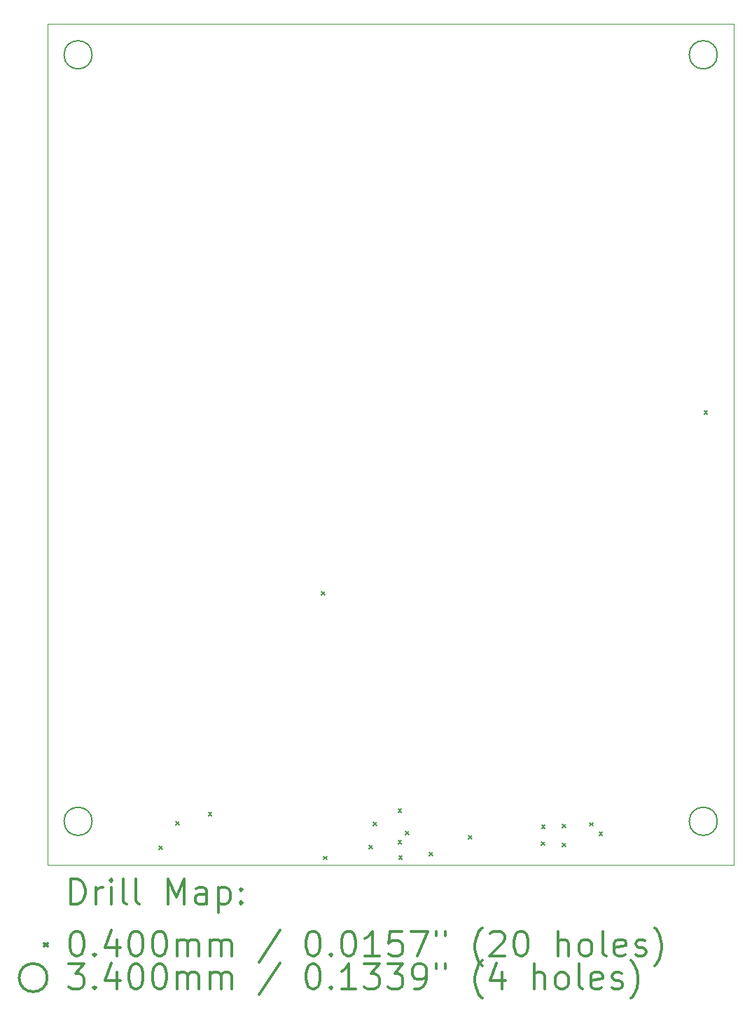
<source format=gbr>
%FSLAX45Y45*%
G04 Gerber Fmt 4.5, Leading zero omitted, Abs format (unit mm)*
G04 Created by KiCad (PCBNEW (5.1.10)-1) date 2022-11-16 11:35:06*
%MOMM*%
%LPD*%
G01*
G04 APERTURE LIST*
%TA.AperFunction,Profile*%
%ADD10C,0.050000*%
%TD*%
%ADD11C,0.200000*%
%ADD12C,0.300000*%
G04 APERTURE END LIST*
D10*
X17580000Y-14140000D02*
X17580000Y-4140000D01*
X9280000Y-3980000D02*
X9280000Y-4140000D01*
X17580000Y-3980000D02*
X17580000Y-4140000D01*
X9280000Y-3980000D02*
X17580000Y-3980000D01*
X9280000Y-14140000D02*
X17580000Y-14140000D01*
X9280000Y-4140000D02*
X9280000Y-14140000D01*
D11*
X10630000Y-13910000D02*
X10670000Y-13950000D01*
X10670000Y-13910000D02*
X10630000Y-13950000D01*
X10835000Y-13610000D02*
X10875000Y-13650000D01*
X10875000Y-13610000D02*
X10835000Y-13650000D01*
X11225000Y-13505000D02*
X11265000Y-13545000D01*
X11265000Y-13505000D02*
X11225000Y-13545000D01*
X12595000Y-10835000D02*
X12635000Y-10875000D01*
X12635000Y-10835000D02*
X12595000Y-10875000D01*
X12617500Y-14032500D02*
X12657500Y-14072500D01*
X12657500Y-14032500D02*
X12617500Y-14072500D01*
X13170000Y-13900000D02*
X13210000Y-13940000D01*
X13210000Y-13900000D02*
X13170000Y-13940000D01*
X13220000Y-13620000D02*
X13260000Y-13660000D01*
X13260000Y-13620000D02*
X13220000Y-13660000D01*
X13520000Y-13460000D02*
X13560000Y-13500000D01*
X13560000Y-13460000D02*
X13520000Y-13500000D01*
X13520000Y-13840000D02*
X13560000Y-13880000D01*
X13560000Y-13840000D02*
X13520000Y-13880000D01*
X13530000Y-14030000D02*
X13570000Y-14070000D01*
X13570000Y-14030000D02*
X13530000Y-14070000D01*
X13610000Y-13730000D02*
X13650000Y-13770000D01*
X13650000Y-13730000D02*
X13610000Y-13770000D01*
X13895000Y-13985000D02*
X13935000Y-14025000D01*
X13935000Y-13985000D02*
X13895000Y-14025000D01*
X14370000Y-13780000D02*
X14410000Y-13820000D01*
X14410000Y-13780000D02*
X14370000Y-13820000D01*
X15250000Y-13860000D02*
X15290000Y-13900000D01*
X15290000Y-13860000D02*
X15250000Y-13900000D01*
X15255000Y-13655000D02*
X15295000Y-13695000D01*
X15295000Y-13655000D02*
X15255000Y-13695000D01*
X15505000Y-13645000D02*
X15545000Y-13685000D01*
X15545000Y-13645000D02*
X15505000Y-13685000D01*
X15508500Y-13876500D02*
X15548500Y-13916500D01*
X15548500Y-13876500D02*
X15508500Y-13916500D01*
X15835000Y-13625000D02*
X15875000Y-13665000D01*
X15875000Y-13625000D02*
X15835000Y-13665000D01*
X15950000Y-13740000D02*
X15990000Y-13780000D01*
X15990000Y-13740000D02*
X15950000Y-13780000D01*
X17220000Y-8650000D02*
X17260000Y-8690000D01*
X17260000Y-8650000D02*
X17220000Y-8690000D01*
X9820000Y-4350000D02*
G75*
G03*
X9820000Y-4350000I-170000J0D01*
G01*
X9820000Y-13610000D02*
G75*
G03*
X9820000Y-13610000I-170000J0D01*
G01*
X17380000Y-4350000D02*
G75*
G03*
X17380000Y-4350000I-170000J0D01*
G01*
X17380000Y-13610000D02*
G75*
G03*
X17380000Y-13610000I-170000J0D01*
G01*
D12*
X9563928Y-14608214D02*
X9563928Y-14308214D01*
X9635357Y-14308214D01*
X9678214Y-14322500D01*
X9706786Y-14351071D01*
X9721071Y-14379643D01*
X9735357Y-14436786D01*
X9735357Y-14479643D01*
X9721071Y-14536786D01*
X9706786Y-14565357D01*
X9678214Y-14593929D01*
X9635357Y-14608214D01*
X9563928Y-14608214D01*
X9863928Y-14608214D02*
X9863928Y-14408214D01*
X9863928Y-14465357D02*
X9878214Y-14436786D01*
X9892500Y-14422500D01*
X9921071Y-14408214D01*
X9949643Y-14408214D01*
X10049643Y-14608214D02*
X10049643Y-14408214D01*
X10049643Y-14308214D02*
X10035357Y-14322500D01*
X10049643Y-14336786D01*
X10063928Y-14322500D01*
X10049643Y-14308214D01*
X10049643Y-14336786D01*
X10235357Y-14608214D02*
X10206786Y-14593929D01*
X10192500Y-14565357D01*
X10192500Y-14308214D01*
X10392500Y-14608214D02*
X10363928Y-14593929D01*
X10349643Y-14565357D01*
X10349643Y-14308214D01*
X10735357Y-14608214D02*
X10735357Y-14308214D01*
X10835357Y-14522500D01*
X10935357Y-14308214D01*
X10935357Y-14608214D01*
X11206786Y-14608214D02*
X11206786Y-14451071D01*
X11192500Y-14422500D01*
X11163928Y-14408214D01*
X11106786Y-14408214D01*
X11078214Y-14422500D01*
X11206786Y-14593929D02*
X11178214Y-14608214D01*
X11106786Y-14608214D01*
X11078214Y-14593929D01*
X11063928Y-14565357D01*
X11063928Y-14536786D01*
X11078214Y-14508214D01*
X11106786Y-14493929D01*
X11178214Y-14493929D01*
X11206786Y-14479643D01*
X11349643Y-14408214D02*
X11349643Y-14708214D01*
X11349643Y-14422500D02*
X11378214Y-14408214D01*
X11435357Y-14408214D01*
X11463928Y-14422500D01*
X11478214Y-14436786D01*
X11492500Y-14465357D01*
X11492500Y-14551071D01*
X11478214Y-14579643D01*
X11463928Y-14593929D01*
X11435357Y-14608214D01*
X11378214Y-14608214D01*
X11349643Y-14593929D01*
X11621071Y-14579643D02*
X11635357Y-14593929D01*
X11621071Y-14608214D01*
X11606786Y-14593929D01*
X11621071Y-14579643D01*
X11621071Y-14608214D01*
X11621071Y-14422500D02*
X11635357Y-14436786D01*
X11621071Y-14451071D01*
X11606786Y-14436786D01*
X11621071Y-14422500D01*
X11621071Y-14451071D01*
X9237500Y-15082500D02*
X9277500Y-15122500D01*
X9277500Y-15082500D02*
X9237500Y-15122500D01*
X9621071Y-14938214D02*
X9649643Y-14938214D01*
X9678214Y-14952500D01*
X9692500Y-14966786D01*
X9706786Y-14995357D01*
X9721071Y-15052500D01*
X9721071Y-15123929D01*
X9706786Y-15181071D01*
X9692500Y-15209643D01*
X9678214Y-15223929D01*
X9649643Y-15238214D01*
X9621071Y-15238214D01*
X9592500Y-15223929D01*
X9578214Y-15209643D01*
X9563928Y-15181071D01*
X9549643Y-15123929D01*
X9549643Y-15052500D01*
X9563928Y-14995357D01*
X9578214Y-14966786D01*
X9592500Y-14952500D01*
X9621071Y-14938214D01*
X9849643Y-15209643D02*
X9863928Y-15223929D01*
X9849643Y-15238214D01*
X9835357Y-15223929D01*
X9849643Y-15209643D01*
X9849643Y-15238214D01*
X10121071Y-15038214D02*
X10121071Y-15238214D01*
X10049643Y-14923929D02*
X9978214Y-15138214D01*
X10163928Y-15138214D01*
X10335357Y-14938214D02*
X10363928Y-14938214D01*
X10392500Y-14952500D01*
X10406786Y-14966786D01*
X10421071Y-14995357D01*
X10435357Y-15052500D01*
X10435357Y-15123929D01*
X10421071Y-15181071D01*
X10406786Y-15209643D01*
X10392500Y-15223929D01*
X10363928Y-15238214D01*
X10335357Y-15238214D01*
X10306786Y-15223929D01*
X10292500Y-15209643D01*
X10278214Y-15181071D01*
X10263928Y-15123929D01*
X10263928Y-15052500D01*
X10278214Y-14995357D01*
X10292500Y-14966786D01*
X10306786Y-14952500D01*
X10335357Y-14938214D01*
X10621071Y-14938214D02*
X10649643Y-14938214D01*
X10678214Y-14952500D01*
X10692500Y-14966786D01*
X10706786Y-14995357D01*
X10721071Y-15052500D01*
X10721071Y-15123929D01*
X10706786Y-15181071D01*
X10692500Y-15209643D01*
X10678214Y-15223929D01*
X10649643Y-15238214D01*
X10621071Y-15238214D01*
X10592500Y-15223929D01*
X10578214Y-15209643D01*
X10563928Y-15181071D01*
X10549643Y-15123929D01*
X10549643Y-15052500D01*
X10563928Y-14995357D01*
X10578214Y-14966786D01*
X10592500Y-14952500D01*
X10621071Y-14938214D01*
X10849643Y-15238214D02*
X10849643Y-15038214D01*
X10849643Y-15066786D02*
X10863928Y-15052500D01*
X10892500Y-15038214D01*
X10935357Y-15038214D01*
X10963928Y-15052500D01*
X10978214Y-15081071D01*
X10978214Y-15238214D01*
X10978214Y-15081071D02*
X10992500Y-15052500D01*
X11021071Y-15038214D01*
X11063928Y-15038214D01*
X11092500Y-15052500D01*
X11106786Y-15081071D01*
X11106786Y-15238214D01*
X11249643Y-15238214D02*
X11249643Y-15038214D01*
X11249643Y-15066786D02*
X11263928Y-15052500D01*
X11292500Y-15038214D01*
X11335357Y-15038214D01*
X11363928Y-15052500D01*
X11378214Y-15081071D01*
X11378214Y-15238214D01*
X11378214Y-15081071D02*
X11392500Y-15052500D01*
X11421071Y-15038214D01*
X11463928Y-15038214D01*
X11492500Y-15052500D01*
X11506786Y-15081071D01*
X11506786Y-15238214D01*
X12092500Y-14923929D02*
X11835357Y-15309643D01*
X12478214Y-14938214D02*
X12506786Y-14938214D01*
X12535357Y-14952500D01*
X12549643Y-14966786D01*
X12563928Y-14995357D01*
X12578214Y-15052500D01*
X12578214Y-15123929D01*
X12563928Y-15181071D01*
X12549643Y-15209643D01*
X12535357Y-15223929D01*
X12506786Y-15238214D01*
X12478214Y-15238214D01*
X12449643Y-15223929D01*
X12435357Y-15209643D01*
X12421071Y-15181071D01*
X12406786Y-15123929D01*
X12406786Y-15052500D01*
X12421071Y-14995357D01*
X12435357Y-14966786D01*
X12449643Y-14952500D01*
X12478214Y-14938214D01*
X12706786Y-15209643D02*
X12721071Y-15223929D01*
X12706786Y-15238214D01*
X12692500Y-15223929D01*
X12706786Y-15209643D01*
X12706786Y-15238214D01*
X12906786Y-14938214D02*
X12935357Y-14938214D01*
X12963928Y-14952500D01*
X12978214Y-14966786D01*
X12992500Y-14995357D01*
X13006786Y-15052500D01*
X13006786Y-15123929D01*
X12992500Y-15181071D01*
X12978214Y-15209643D01*
X12963928Y-15223929D01*
X12935357Y-15238214D01*
X12906786Y-15238214D01*
X12878214Y-15223929D01*
X12863928Y-15209643D01*
X12849643Y-15181071D01*
X12835357Y-15123929D01*
X12835357Y-15052500D01*
X12849643Y-14995357D01*
X12863928Y-14966786D01*
X12878214Y-14952500D01*
X12906786Y-14938214D01*
X13292500Y-15238214D02*
X13121071Y-15238214D01*
X13206786Y-15238214D02*
X13206786Y-14938214D01*
X13178214Y-14981071D01*
X13149643Y-15009643D01*
X13121071Y-15023929D01*
X13563928Y-14938214D02*
X13421071Y-14938214D01*
X13406786Y-15081071D01*
X13421071Y-15066786D01*
X13449643Y-15052500D01*
X13521071Y-15052500D01*
X13549643Y-15066786D01*
X13563928Y-15081071D01*
X13578214Y-15109643D01*
X13578214Y-15181071D01*
X13563928Y-15209643D01*
X13549643Y-15223929D01*
X13521071Y-15238214D01*
X13449643Y-15238214D01*
X13421071Y-15223929D01*
X13406786Y-15209643D01*
X13678214Y-14938214D02*
X13878214Y-14938214D01*
X13749643Y-15238214D01*
X13978214Y-14938214D02*
X13978214Y-14995357D01*
X14092500Y-14938214D02*
X14092500Y-14995357D01*
X14535357Y-15352500D02*
X14521071Y-15338214D01*
X14492500Y-15295357D01*
X14478214Y-15266786D01*
X14463928Y-15223929D01*
X14449643Y-15152500D01*
X14449643Y-15095357D01*
X14463928Y-15023929D01*
X14478214Y-14981071D01*
X14492500Y-14952500D01*
X14521071Y-14909643D01*
X14535357Y-14895357D01*
X14635357Y-14966786D02*
X14649643Y-14952500D01*
X14678214Y-14938214D01*
X14749643Y-14938214D01*
X14778214Y-14952500D01*
X14792500Y-14966786D01*
X14806786Y-14995357D01*
X14806786Y-15023929D01*
X14792500Y-15066786D01*
X14621071Y-15238214D01*
X14806786Y-15238214D01*
X14992500Y-14938214D02*
X15021071Y-14938214D01*
X15049643Y-14952500D01*
X15063928Y-14966786D01*
X15078214Y-14995357D01*
X15092500Y-15052500D01*
X15092500Y-15123929D01*
X15078214Y-15181071D01*
X15063928Y-15209643D01*
X15049643Y-15223929D01*
X15021071Y-15238214D01*
X14992500Y-15238214D01*
X14963928Y-15223929D01*
X14949643Y-15209643D01*
X14935357Y-15181071D01*
X14921071Y-15123929D01*
X14921071Y-15052500D01*
X14935357Y-14995357D01*
X14949643Y-14966786D01*
X14963928Y-14952500D01*
X14992500Y-14938214D01*
X15449643Y-15238214D02*
X15449643Y-14938214D01*
X15578214Y-15238214D02*
X15578214Y-15081071D01*
X15563928Y-15052500D01*
X15535357Y-15038214D01*
X15492500Y-15038214D01*
X15463928Y-15052500D01*
X15449643Y-15066786D01*
X15763928Y-15238214D02*
X15735357Y-15223929D01*
X15721071Y-15209643D01*
X15706786Y-15181071D01*
X15706786Y-15095357D01*
X15721071Y-15066786D01*
X15735357Y-15052500D01*
X15763928Y-15038214D01*
X15806786Y-15038214D01*
X15835357Y-15052500D01*
X15849643Y-15066786D01*
X15863928Y-15095357D01*
X15863928Y-15181071D01*
X15849643Y-15209643D01*
X15835357Y-15223929D01*
X15806786Y-15238214D01*
X15763928Y-15238214D01*
X16035357Y-15238214D02*
X16006786Y-15223929D01*
X15992500Y-15195357D01*
X15992500Y-14938214D01*
X16263928Y-15223929D02*
X16235357Y-15238214D01*
X16178214Y-15238214D01*
X16149643Y-15223929D01*
X16135357Y-15195357D01*
X16135357Y-15081071D01*
X16149643Y-15052500D01*
X16178214Y-15038214D01*
X16235357Y-15038214D01*
X16263928Y-15052500D01*
X16278214Y-15081071D01*
X16278214Y-15109643D01*
X16135357Y-15138214D01*
X16392500Y-15223929D02*
X16421071Y-15238214D01*
X16478214Y-15238214D01*
X16506786Y-15223929D01*
X16521071Y-15195357D01*
X16521071Y-15181071D01*
X16506786Y-15152500D01*
X16478214Y-15138214D01*
X16435357Y-15138214D01*
X16406786Y-15123929D01*
X16392500Y-15095357D01*
X16392500Y-15081071D01*
X16406786Y-15052500D01*
X16435357Y-15038214D01*
X16478214Y-15038214D01*
X16506786Y-15052500D01*
X16621071Y-15352500D02*
X16635357Y-15338214D01*
X16663928Y-15295357D01*
X16678214Y-15266786D01*
X16692500Y-15223929D01*
X16706786Y-15152500D01*
X16706786Y-15095357D01*
X16692500Y-15023929D01*
X16678214Y-14981071D01*
X16663928Y-14952500D01*
X16635357Y-14909643D01*
X16621071Y-14895357D01*
X9277500Y-15498500D02*
G75*
G03*
X9277500Y-15498500I-170000J0D01*
G01*
X9535357Y-15334214D02*
X9721071Y-15334214D01*
X9621071Y-15448500D01*
X9663928Y-15448500D01*
X9692500Y-15462786D01*
X9706786Y-15477071D01*
X9721071Y-15505643D01*
X9721071Y-15577071D01*
X9706786Y-15605643D01*
X9692500Y-15619929D01*
X9663928Y-15634214D01*
X9578214Y-15634214D01*
X9549643Y-15619929D01*
X9535357Y-15605643D01*
X9849643Y-15605643D02*
X9863928Y-15619929D01*
X9849643Y-15634214D01*
X9835357Y-15619929D01*
X9849643Y-15605643D01*
X9849643Y-15634214D01*
X10121071Y-15434214D02*
X10121071Y-15634214D01*
X10049643Y-15319929D02*
X9978214Y-15534214D01*
X10163928Y-15534214D01*
X10335357Y-15334214D02*
X10363928Y-15334214D01*
X10392500Y-15348500D01*
X10406786Y-15362786D01*
X10421071Y-15391357D01*
X10435357Y-15448500D01*
X10435357Y-15519929D01*
X10421071Y-15577071D01*
X10406786Y-15605643D01*
X10392500Y-15619929D01*
X10363928Y-15634214D01*
X10335357Y-15634214D01*
X10306786Y-15619929D01*
X10292500Y-15605643D01*
X10278214Y-15577071D01*
X10263928Y-15519929D01*
X10263928Y-15448500D01*
X10278214Y-15391357D01*
X10292500Y-15362786D01*
X10306786Y-15348500D01*
X10335357Y-15334214D01*
X10621071Y-15334214D02*
X10649643Y-15334214D01*
X10678214Y-15348500D01*
X10692500Y-15362786D01*
X10706786Y-15391357D01*
X10721071Y-15448500D01*
X10721071Y-15519929D01*
X10706786Y-15577071D01*
X10692500Y-15605643D01*
X10678214Y-15619929D01*
X10649643Y-15634214D01*
X10621071Y-15634214D01*
X10592500Y-15619929D01*
X10578214Y-15605643D01*
X10563928Y-15577071D01*
X10549643Y-15519929D01*
X10549643Y-15448500D01*
X10563928Y-15391357D01*
X10578214Y-15362786D01*
X10592500Y-15348500D01*
X10621071Y-15334214D01*
X10849643Y-15634214D02*
X10849643Y-15434214D01*
X10849643Y-15462786D02*
X10863928Y-15448500D01*
X10892500Y-15434214D01*
X10935357Y-15434214D01*
X10963928Y-15448500D01*
X10978214Y-15477071D01*
X10978214Y-15634214D01*
X10978214Y-15477071D02*
X10992500Y-15448500D01*
X11021071Y-15434214D01*
X11063928Y-15434214D01*
X11092500Y-15448500D01*
X11106786Y-15477071D01*
X11106786Y-15634214D01*
X11249643Y-15634214D02*
X11249643Y-15434214D01*
X11249643Y-15462786D02*
X11263928Y-15448500D01*
X11292500Y-15434214D01*
X11335357Y-15434214D01*
X11363928Y-15448500D01*
X11378214Y-15477071D01*
X11378214Y-15634214D01*
X11378214Y-15477071D02*
X11392500Y-15448500D01*
X11421071Y-15434214D01*
X11463928Y-15434214D01*
X11492500Y-15448500D01*
X11506786Y-15477071D01*
X11506786Y-15634214D01*
X12092500Y-15319929D02*
X11835357Y-15705643D01*
X12478214Y-15334214D02*
X12506786Y-15334214D01*
X12535357Y-15348500D01*
X12549643Y-15362786D01*
X12563928Y-15391357D01*
X12578214Y-15448500D01*
X12578214Y-15519929D01*
X12563928Y-15577071D01*
X12549643Y-15605643D01*
X12535357Y-15619929D01*
X12506786Y-15634214D01*
X12478214Y-15634214D01*
X12449643Y-15619929D01*
X12435357Y-15605643D01*
X12421071Y-15577071D01*
X12406786Y-15519929D01*
X12406786Y-15448500D01*
X12421071Y-15391357D01*
X12435357Y-15362786D01*
X12449643Y-15348500D01*
X12478214Y-15334214D01*
X12706786Y-15605643D02*
X12721071Y-15619929D01*
X12706786Y-15634214D01*
X12692500Y-15619929D01*
X12706786Y-15605643D01*
X12706786Y-15634214D01*
X13006786Y-15634214D02*
X12835357Y-15634214D01*
X12921071Y-15634214D02*
X12921071Y-15334214D01*
X12892500Y-15377071D01*
X12863928Y-15405643D01*
X12835357Y-15419929D01*
X13106786Y-15334214D02*
X13292500Y-15334214D01*
X13192500Y-15448500D01*
X13235357Y-15448500D01*
X13263928Y-15462786D01*
X13278214Y-15477071D01*
X13292500Y-15505643D01*
X13292500Y-15577071D01*
X13278214Y-15605643D01*
X13263928Y-15619929D01*
X13235357Y-15634214D01*
X13149643Y-15634214D01*
X13121071Y-15619929D01*
X13106786Y-15605643D01*
X13392500Y-15334214D02*
X13578214Y-15334214D01*
X13478214Y-15448500D01*
X13521071Y-15448500D01*
X13549643Y-15462786D01*
X13563928Y-15477071D01*
X13578214Y-15505643D01*
X13578214Y-15577071D01*
X13563928Y-15605643D01*
X13549643Y-15619929D01*
X13521071Y-15634214D01*
X13435357Y-15634214D01*
X13406786Y-15619929D01*
X13392500Y-15605643D01*
X13721071Y-15634214D02*
X13778214Y-15634214D01*
X13806786Y-15619929D01*
X13821071Y-15605643D01*
X13849643Y-15562786D01*
X13863928Y-15505643D01*
X13863928Y-15391357D01*
X13849643Y-15362786D01*
X13835357Y-15348500D01*
X13806786Y-15334214D01*
X13749643Y-15334214D01*
X13721071Y-15348500D01*
X13706786Y-15362786D01*
X13692500Y-15391357D01*
X13692500Y-15462786D01*
X13706786Y-15491357D01*
X13721071Y-15505643D01*
X13749643Y-15519929D01*
X13806786Y-15519929D01*
X13835357Y-15505643D01*
X13849643Y-15491357D01*
X13863928Y-15462786D01*
X13978214Y-15334214D02*
X13978214Y-15391357D01*
X14092500Y-15334214D02*
X14092500Y-15391357D01*
X14535357Y-15748500D02*
X14521071Y-15734214D01*
X14492500Y-15691357D01*
X14478214Y-15662786D01*
X14463928Y-15619929D01*
X14449643Y-15548500D01*
X14449643Y-15491357D01*
X14463928Y-15419929D01*
X14478214Y-15377071D01*
X14492500Y-15348500D01*
X14521071Y-15305643D01*
X14535357Y-15291357D01*
X14778214Y-15434214D02*
X14778214Y-15634214D01*
X14706786Y-15319929D02*
X14635357Y-15534214D01*
X14821071Y-15534214D01*
X15163928Y-15634214D02*
X15163928Y-15334214D01*
X15292500Y-15634214D02*
X15292500Y-15477071D01*
X15278214Y-15448500D01*
X15249643Y-15434214D01*
X15206786Y-15434214D01*
X15178214Y-15448500D01*
X15163928Y-15462786D01*
X15478214Y-15634214D02*
X15449643Y-15619929D01*
X15435357Y-15605643D01*
X15421071Y-15577071D01*
X15421071Y-15491357D01*
X15435357Y-15462786D01*
X15449643Y-15448500D01*
X15478214Y-15434214D01*
X15521071Y-15434214D01*
X15549643Y-15448500D01*
X15563928Y-15462786D01*
X15578214Y-15491357D01*
X15578214Y-15577071D01*
X15563928Y-15605643D01*
X15549643Y-15619929D01*
X15521071Y-15634214D01*
X15478214Y-15634214D01*
X15749643Y-15634214D02*
X15721071Y-15619929D01*
X15706786Y-15591357D01*
X15706786Y-15334214D01*
X15978214Y-15619929D02*
X15949643Y-15634214D01*
X15892500Y-15634214D01*
X15863928Y-15619929D01*
X15849643Y-15591357D01*
X15849643Y-15477071D01*
X15863928Y-15448500D01*
X15892500Y-15434214D01*
X15949643Y-15434214D01*
X15978214Y-15448500D01*
X15992500Y-15477071D01*
X15992500Y-15505643D01*
X15849643Y-15534214D01*
X16106786Y-15619929D02*
X16135357Y-15634214D01*
X16192500Y-15634214D01*
X16221071Y-15619929D01*
X16235357Y-15591357D01*
X16235357Y-15577071D01*
X16221071Y-15548500D01*
X16192500Y-15534214D01*
X16149643Y-15534214D01*
X16121071Y-15519929D01*
X16106786Y-15491357D01*
X16106786Y-15477071D01*
X16121071Y-15448500D01*
X16149643Y-15434214D01*
X16192500Y-15434214D01*
X16221071Y-15448500D01*
X16335357Y-15748500D02*
X16349643Y-15734214D01*
X16378214Y-15691357D01*
X16392500Y-15662786D01*
X16406786Y-15619929D01*
X16421071Y-15548500D01*
X16421071Y-15491357D01*
X16406786Y-15419929D01*
X16392500Y-15377071D01*
X16378214Y-15348500D01*
X16349643Y-15305643D01*
X16335357Y-15291357D01*
M02*

</source>
